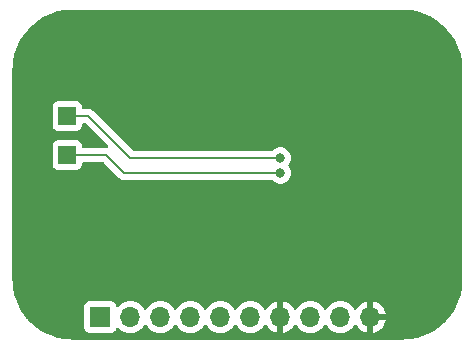
<source format=gbr>
%TF.GenerationSoftware,KiCad,Pcbnew,7.0.7*%
%TF.CreationDate,2025-01-01T22:23:07+10:30*%
%TF.ProjectId,V9360_Breakout,56393336-305f-4427-9265-616b6f75742e,rev?*%
%TF.SameCoordinates,Original*%
%TF.FileFunction,Copper,L2,Bot*%
%TF.FilePolarity,Positive*%
%FSLAX46Y46*%
G04 Gerber Fmt 4.6, Leading zero omitted, Abs format (unit mm)*
G04 Created by KiCad (PCBNEW 7.0.7) date 2025-01-01 22:23:07*
%MOMM*%
%LPD*%
G01*
G04 APERTURE LIST*
%TA.AperFunction,ComponentPad*%
%ADD10R,1.700000X1.700000*%
%TD*%
%TA.AperFunction,ComponentPad*%
%ADD11O,1.700000X1.700000*%
%TD*%
%TA.AperFunction,SMDPad,CuDef*%
%ADD12R,1.500000X1.500000*%
%TD*%
%TA.AperFunction,ViaPad*%
%ADD13C,0.800000*%
%TD*%
%TA.AperFunction,Conductor*%
%ADD14C,0.200000*%
%TD*%
G04 APERTURE END LIST*
D10*
%TO.P,J1,1,Pin_1*%
%TO.N,VIN*%
X128270000Y-108458000D03*
D11*
%TO.P,J1,2,Pin_2*%
%TO.N,P3*%
X130810000Y-108458000D03*
%TO.P,J1,3,Pin_3*%
%TO.N,P2*%
X133350000Y-108458000D03*
%TO.P,J1,4,Pin_4*%
%TO.N,RX*%
X135890000Y-108458000D03*
%TO.P,J1,5,Pin_5*%
%TO.N,TX*%
X138430000Y-108458000D03*
%TO.P,J1,6,Pin_6*%
%TO.N,UP_IN*%
X140970000Y-108458000D03*
%TO.P,J1,7,Pin_7*%
%TO.N,UN_IN*%
X143510000Y-108458000D03*
%TO.P,J1,8,Pin_8*%
%TO.N,IAN_IN*%
X146050000Y-108458000D03*
%TO.P,J1,9,Pin_9*%
%TO.N,IAP_IN*%
X148590000Y-108458000D03*
%TO.P,J1,10,Pin_10*%
%TO.N,UN_IN*%
X151130000Y-108458000D03*
%TD*%
D12*
%TO.P,TP2,1,1*%
%TO.N,IBN*%
X125476000Y-94742000D03*
%TD*%
%TO.P,TP1,1,1*%
%TO.N,IBP*%
X125476000Y-91440000D03*
%TD*%
D13*
%TO.N,UN_IN*%
X157734000Y-87122000D03*
X157734000Y-93218000D03*
X157734000Y-99314000D03*
X157734000Y-105410000D03*
X121920000Y-99314000D03*
X121920000Y-93218000D03*
X121920000Y-105410000D03*
X121920000Y-87122000D03*
X147193000Y-83566000D03*
X139954000Y-83566000D03*
X132715000Y-83566000D03*
X154432000Y-83566000D03*
X125476000Y-83566000D03*
X150622000Y-96266000D03*
X131826000Y-87630000D03*
X131064000Y-92964000D03*
X150622000Y-93218000D03*
%TO.N,IBP*%
X143510000Y-94996000D03*
%TO.N,IBN*%
X143510000Y-96266000D03*
%TD*%
D14*
%TO.N,IBP*%
X130810000Y-94996000D02*
X127254000Y-91440000D01*
X127254000Y-91440000D02*
X125476000Y-91440000D01*
X143510000Y-94996000D02*
X130810000Y-94996000D01*
%TO.N,IBN*%
X143510000Y-96266000D02*
X130302000Y-96266000D01*
X130302000Y-96266000D02*
X128778000Y-94742000D01*
X128778000Y-94742000D02*
X125476000Y-94742000D01*
%TD*%
%TA.AperFunction,Conductor*%
%TO.N,UN_IN*%
G36*
X154072525Y-82432496D02*
G01*
X154277732Y-82441456D01*
X154282654Y-82441870D01*
X154500755Y-82469056D01*
X154705849Y-82496058D01*
X154710420Y-82496837D01*
X154925399Y-82541913D01*
X155127714Y-82586766D01*
X155131969Y-82587869D01*
X155250715Y-82623222D01*
X155342449Y-82650533D01*
X155395220Y-82667171D01*
X155540378Y-82712939D01*
X155544180Y-82714277D01*
X155748265Y-82793912D01*
X155748908Y-82794163D01*
X155940763Y-82873632D01*
X155944234Y-82875196D01*
X156141710Y-82971737D01*
X156141733Y-82971748D01*
X156326061Y-83067704D01*
X156329169Y-83069437D01*
X156451039Y-83142054D01*
X156518108Y-83182019D01*
X156693522Y-83293771D01*
X156696212Y-83295586D01*
X156875304Y-83423456D01*
X157040405Y-83550142D01*
X157042733Y-83552019D01*
X157210753Y-83694323D01*
X157365324Y-83835962D01*
X157522037Y-83992675D01*
X157663676Y-84147246D01*
X157805979Y-84315265D01*
X157807856Y-84317593D01*
X157934543Y-84482695D01*
X158062412Y-84661786D01*
X158064244Y-84664501D01*
X158175986Y-84839901D01*
X158288561Y-85028829D01*
X158290294Y-85031937D01*
X158386251Y-85216266D01*
X158482786Y-85413731D01*
X158484366Y-85417235D01*
X158563836Y-85609091D01*
X158595362Y-85689886D01*
X158643708Y-85813785D01*
X158645072Y-85817657D01*
X158707466Y-86015549D01*
X158770124Y-86226014D01*
X158771232Y-86230286D01*
X158816099Y-86432663D01*
X158861157Y-86647559D01*
X158861946Y-86652191D01*
X158888952Y-86857318D01*
X158916126Y-87075322D01*
X158916543Y-87080288D01*
X158925512Y-87285701D01*
X158934500Y-87503000D01*
X158934500Y-105283000D01*
X158925512Y-105500298D01*
X158916543Y-105705710D01*
X158916126Y-105710676D01*
X158888952Y-105928681D01*
X158861946Y-106133807D01*
X158861157Y-106138439D01*
X158816099Y-106353336D01*
X158771232Y-106555712D01*
X158770124Y-106559984D01*
X158707466Y-106770450D01*
X158645072Y-106968341D01*
X158643700Y-106972236D01*
X158563836Y-107176908D01*
X158484366Y-107368763D01*
X158482786Y-107372267D01*
X158386251Y-107569733D01*
X158290294Y-107754061D01*
X158288561Y-107757169D01*
X158175986Y-107946098D01*
X158064244Y-108121497D01*
X158062412Y-108124212D01*
X157934543Y-108303304D01*
X157807856Y-108468405D01*
X157805979Y-108470733D01*
X157663676Y-108638753D01*
X157522037Y-108793324D01*
X157365324Y-108950037D01*
X157210753Y-109091676D01*
X157042733Y-109233979D01*
X157040405Y-109235856D01*
X156875304Y-109362543D01*
X156696212Y-109490412D01*
X156693497Y-109492244D01*
X156518098Y-109603986D01*
X156329169Y-109716561D01*
X156326061Y-109718294D01*
X156141733Y-109814251D01*
X155944267Y-109910786D01*
X155940763Y-109912366D01*
X155748908Y-109991836D01*
X155544236Y-110071700D01*
X155540341Y-110073072D01*
X155342450Y-110135466D01*
X155131984Y-110198124D01*
X155127712Y-110199232D01*
X154925336Y-110244099D01*
X154710439Y-110289157D01*
X154705807Y-110289946D01*
X154500681Y-110316952D01*
X154282676Y-110344126D01*
X154277710Y-110344543D01*
X154072298Y-110353512D01*
X153855000Y-110362500D01*
X125915000Y-110362500D01*
X125697701Y-110353512D01*
X125492288Y-110344543D01*
X125487322Y-110344126D01*
X125269318Y-110316952D01*
X125064191Y-110289946D01*
X125059559Y-110289157D01*
X124844663Y-110244099D01*
X124642286Y-110199232D01*
X124638014Y-110198124D01*
X124427549Y-110135466D01*
X124229657Y-110073072D01*
X124225785Y-110071708D01*
X124093255Y-110019995D01*
X124021091Y-109991836D01*
X123829235Y-109912366D01*
X123825731Y-109910786D01*
X123628266Y-109814251D01*
X123443937Y-109718294D01*
X123440829Y-109716561D01*
X123251901Y-109603986D01*
X123167675Y-109550328D01*
X123076494Y-109492239D01*
X123073786Y-109490412D01*
X122894695Y-109362543D01*
X122885999Y-109355870D01*
X126919500Y-109355870D01*
X126919501Y-109355876D01*
X126925908Y-109415483D01*
X126976202Y-109550328D01*
X126976206Y-109550335D01*
X127062452Y-109665544D01*
X127062455Y-109665547D01*
X127177664Y-109751793D01*
X127177671Y-109751797D01*
X127312517Y-109802091D01*
X127312516Y-109802091D01*
X127319444Y-109802835D01*
X127372127Y-109808500D01*
X129167872Y-109808499D01*
X129227483Y-109802091D01*
X129362331Y-109751796D01*
X129477546Y-109665546D01*
X129563796Y-109550331D01*
X129612810Y-109418916D01*
X129654681Y-109362984D01*
X129720145Y-109338566D01*
X129788418Y-109353417D01*
X129816672Y-109374569D01*
X129938599Y-109496495D01*
X130035384Y-109564265D01*
X130132165Y-109632032D01*
X130132167Y-109632033D01*
X130132170Y-109632035D01*
X130346337Y-109731903D01*
X130574592Y-109793063D01*
X130751034Y-109808500D01*
X130809999Y-109813659D01*
X130810000Y-109813659D01*
X130810001Y-109813659D01*
X130868966Y-109808500D01*
X131045408Y-109793063D01*
X131273663Y-109731903D01*
X131487830Y-109632035D01*
X131681401Y-109496495D01*
X131848495Y-109329401D01*
X131978424Y-109143842D01*
X132033002Y-109100217D01*
X132102500Y-109093023D01*
X132164855Y-109124546D01*
X132181575Y-109143842D01*
X132311281Y-109329082D01*
X132311505Y-109329401D01*
X132478599Y-109496495D01*
X132575384Y-109564265D01*
X132672165Y-109632032D01*
X132672167Y-109632033D01*
X132672170Y-109632035D01*
X132886337Y-109731903D01*
X133114592Y-109793063D01*
X133291034Y-109808500D01*
X133349999Y-109813659D01*
X133350000Y-109813659D01*
X133350001Y-109813659D01*
X133408966Y-109808500D01*
X133585408Y-109793063D01*
X133813663Y-109731903D01*
X134027830Y-109632035D01*
X134221401Y-109496495D01*
X134388495Y-109329401D01*
X134518424Y-109143842D01*
X134573002Y-109100217D01*
X134642500Y-109093023D01*
X134704855Y-109124546D01*
X134721575Y-109143842D01*
X134851281Y-109329082D01*
X134851505Y-109329401D01*
X135018599Y-109496495D01*
X135115384Y-109564265D01*
X135212165Y-109632032D01*
X135212167Y-109632033D01*
X135212170Y-109632035D01*
X135426337Y-109731903D01*
X135654592Y-109793063D01*
X135831034Y-109808500D01*
X135889999Y-109813659D01*
X135890000Y-109813659D01*
X135890001Y-109813659D01*
X135948966Y-109808500D01*
X136125408Y-109793063D01*
X136353663Y-109731903D01*
X136567830Y-109632035D01*
X136761401Y-109496495D01*
X136928495Y-109329401D01*
X137058424Y-109143842D01*
X137113002Y-109100217D01*
X137182500Y-109093023D01*
X137244855Y-109124546D01*
X137261575Y-109143842D01*
X137391281Y-109329082D01*
X137391505Y-109329401D01*
X137558599Y-109496495D01*
X137655384Y-109564265D01*
X137752165Y-109632032D01*
X137752167Y-109632033D01*
X137752170Y-109632035D01*
X137966337Y-109731903D01*
X138194592Y-109793063D01*
X138371034Y-109808500D01*
X138429999Y-109813659D01*
X138430000Y-109813659D01*
X138430001Y-109813659D01*
X138488966Y-109808500D01*
X138665408Y-109793063D01*
X138893663Y-109731903D01*
X139107830Y-109632035D01*
X139301401Y-109496495D01*
X139468495Y-109329401D01*
X139598424Y-109143842D01*
X139653002Y-109100217D01*
X139722500Y-109093023D01*
X139784855Y-109124546D01*
X139801575Y-109143842D01*
X139931281Y-109329082D01*
X139931505Y-109329401D01*
X140098599Y-109496495D01*
X140195384Y-109564265D01*
X140292165Y-109632032D01*
X140292167Y-109632033D01*
X140292170Y-109632035D01*
X140506337Y-109731903D01*
X140734592Y-109793063D01*
X140911034Y-109808500D01*
X140969999Y-109813659D01*
X140970000Y-109813659D01*
X140970001Y-109813659D01*
X141028966Y-109808500D01*
X141205408Y-109793063D01*
X141433663Y-109731903D01*
X141647830Y-109632035D01*
X141841401Y-109496495D01*
X142008495Y-109329401D01*
X142138730Y-109143405D01*
X142193307Y-109099781D01*
X142262805Y-109092587D01*
X142325160Y-109124110D01*
X142341879Y-109143405D01*
X142471890Y-109329078D01*
X142638917Y-109496105D01*
X142832421Y-109631600D01*
X143046507Y-109731429D01*
X143046516Y-109731433D01*
X143260000Y-109788634D01*
X143260000Y-109070301D01*
X143279685Y-109003262D01*
X143332489Y-108957507D01*
X143401647Y-108947563D01*
X143474237Y-108958000D01*
X143474238Y-108958000D01*
X143545762Y-108958000D01*
X143545763Y-108958000D01*
X143618353Y-108947563D01*
X143687512Y-108957507D01*
X143740315Y-109003262D01*
X143760000Y-109070301D01*
X143760000Y-109788633D01*
X143973483Y-109731433D01*
X143973492Y-109731429D01*
X144187578Y-109631600D01*
X144381082Y-109496105D01*
X144548105Y-109329082D01*
X144678119Y-109143405D01*
X144732696Y-109099781D01*
X144802195Y-109092588D01*
X144864549Y-109124110D01*
X144881269Y-109143405D01*
X145011505Y-109329401D01*
X145178599Y-109496495D01*
X145275384Y-109564264D01*
X145372165Y-109632032D01*
X145372167Y-109632033D01*
X145372170Y-109632035D01*
X145586337Y-109731903D01*
X145814592Y-109793063D01*
X145991034Y-109808500D01*
X146049999Y-109813659D01*
X146050000Y-109813659D01*
X146050001Y-109813659D01*
X146108966Y-109808500D01*
X146285408Y-109793063D01*
X146513663Y-109731903D01*
X146727830Y-109632035D01*
X146921401Y-109496495D01*
X147088495Y-109329401D01*
X147218424Y-109143842D01*
X147273002Y-109100217D01*
X147342500Y-109093023D01*
X147404855Y-109124546D01*
X147421575Y-109143842D01*
X147551281Y-109329082D01*
X147551505Y-109329401D01*
X147718599Y-109496495D01*
X147815384Y-109564264D01*
X147912165Y-109632032D01*
X147912167Y-109632033D01*
X147912170Y-109632035D01*
X148126337Y-109731903D01*
X148354592Y-109793063D01*
X148531034Y-109808500D01*
X148589999Y-109813659D01*
X148590000Y-109813659D01*
X148590001Y-109813659D01*
X148648966Y-109808500D01*
X148825408Y-109793063D01*
X149053663Y-109731903D01*
X149267830Y-109632035D01*
X149461401Y-109496495D01*
X149628495Y-109329401D01*
X149758730Y-109143405D01*
X149813307Y-109099781D01*
X149882805Y-109092587D01*
X149945160Y-109124110D01*
X149961879Y-109143405D01*
X150091890Y-109329078D01*
X150258917Y-109496105D01*
X150452421Y-109631600D01*
X150666507Y-109731429D01*
X150666516Y-109731433D01*
X150880000Y-109788634D01*
X150880000Y-109070301D01*
X150899685Y-109003262D01*
X150952489Y-108957507D01*
X151021647Y-108947563D01*
X151094237Y-108958000D01*
X151094238Y-108958000D01*
X151165762Y-108958000D01*
X151165763Y-108958000D01*
X151238353Y-108947563D01*
X151307512Y-108957507D01*
X151360315Y-109003262D01*
X151380000Y-109070301D01*
X151380000Y-109788633D01*
X151593483Y-109731433D01*
X151593492Y-109731429D01*
X151807578Y-109631600D01*
X152001082Y-109496105D01*
X152168105Y-109329082D01*
X152303600Y-109135578D01*
X152403429Y-108921492D01*
X152403432Y-108921486D01*
X152460636Y-108708000D01*
X151743347Y-108708000D01*
X151676308Y-108688315D01*
X151630553Y-108635511D01*
X151620609Y-108566353D01*
X151624369Y-108549067D01*
X151630000Y-108529888D01*
X151630000Y-108386111D01*
X151624369Y-108366933D01*
X151624370Y-108297064D01*
X151662145Y-108238286D01*
X151725701Y-108209262D01*
X151743347Y-108208000D01*
X152460636Y-108208000D01*
X152460635Y-108207999D01*
X152403432Y-107994513D01*
X152403429Y-107994507D01*
X152303600Y-107780422D01*
X152303599Y-107780420D01*
X152168113Y-107586926D01*
X152168108Y-107586920D01*
X152001082Y-107419894D01*
X151807578Y-107284399D01*
X151593492Y-107184570D01*
X151593486Y-107184567D01*
X151380000Y-107127364D01*
X151380000Y-107845698D01*
X151360315Y-107912737D01*
X151307511Y-107958492D01*
X151238355Y-107968436D01*
X151165766Y-107958000D01*
X151165763Y-107958000D01*
X151094237Y-107958000D01*
X151094233Y-107958000D01*
X151021645Y-107968436D01*
X150952487Y-107958492D01*
X150899684Y-107912736D01*
X150880000Y-107845698D01*
X150880000Y-107127364D01*
X150879999Y-107127364D01*
X150666513Y-107184567D01*
X150666507Y-107184570D01*
X150452422Y-107284399D01*
X150452420Y-107284400D01*
X150258926Y-107419886D01*
X150258920Y-107419891D01*
X150091891Y-107586920D01*
X150091890Y-107586922D01*
X149961880Y-107772595D01*
X149907303Y-107816219D01*
X149837804Y-107823412D01*
X149775450Y-107791890D01*
X149758730Y-107772594D01*
X149628494Y-107586597D01*
X149461402Y-107419506D01*
X149461395Y-107419501D01*
X149267834Y-107283967D01*
X149267830Y-107283965D01*
X149267829Y-107283964D01*
X149053663Y-107184097D01*
X149053659Y-107184096D01*
X149053655Y-107184094D01*
X148825413Y-107122938D01*
X148825403Y-107122936D01*
X148590001Y-107102341D01*
X148589999Y-107102341D01*
X148354596Y-107122936D01*
X148354586Y-107122938D01*
X148126344Y-107184094D01*
X148126335Y-107184098D01*
X147912171Y-107283964D01*
X147912169Y-107283965D01*
X147718597Y-107419505D01*
X147551505Y-107586597D01*
X147421575Y-107772158D01*
X147366998Y-107815783D01*
X147297500Y-107822977D01*
X147235145Y-107791454D01*
X147218425Y-107772158D01*
X147088494Y-107586597D01*
X146921402Y-107419506D01*
X146921395Y-107419501D01*
X146727834Y-107283967D01*
X146727830Y-107283965D01*
X146727829Y-107283964D01*
X146513663Y-107184097D01*
X146513659Y-107184096D01*
X146513655Y-107184094D01*
X146285413Y-107122938D01*
X146285403Y-107122936D01*
X146050001Y-107102341D01*
X146049999Y-107102341D01*
X145814596Y-107122936D01*
X145814586Y-107122938D01*
X145586344Y-107184094D01*
X145586335Y-107184098D01*
X145372171Y-107283964D01*
X145372169Y-107283965D01*
X145178597Y-107419505D01*
X145011508Y-107586594D01*
X144881269Y-107772595D01*
X144826692Y-107816219D01*
X144757193Y-107823412D01*
X144694839Y-107791890D01*
X144678119Y-107772594D01*
X144548113Y-107586926D01*
X144548108Y-107586920D01*
X144381082Y-107419894D01*
X144187578Y-107284399D01*
X143973492Y-107184570D01*
X143973486Y-107184567D01*
X143760000Y-107127364D01*
X143760000Y-107845698D01*
X143740315Y-107912737D01*
X143687511Y-107958492D01*
X143618355Y-107968436D01*
X143545766Y-107958000D01*
X143545763Y-107958000D01*
X143474237Y-107958000D01*
X143474233Y-107958000D01*
X143401645Y-107968436D01*
X143332487Y-107958492D01*
X143279684Y-107912736D01*
X143260000Y-107845698D01*
X143260000Y-107127364D01*
X143259999Y-107127364D01*
X143046513Y-107184567D01*
X143046507Y-107184570D01*
X142832422Y-107284399D01*
X142832420Y-107284400D01*
X142638926Y-107419886D01*
X142638920Y-107419891D01*
X142471891Y-107586920D01*
X142471890Y-107586922D01*
X142341880Y-107772595D01*
X142287303Y-107816219D01*
X142217804Y-107823412D01*
X142155450Y-107791890D01*
X142138730Y-107772594D01*
X142008494Y-107586597D01*
X141841402Y-107419506D01*
X141841395Y-107419501D01*
X141647834Y-107283967D01*
X141647830Y-107283965D01*
X141647829Y-107283964D01*
X141433663Y-107184097D01*
X141433659Y-107184096D01*
X141433655Y-107184094D01*
X141205413Y-107122938D01*
X141205403Y-107122936D01*
X140970001Y-107102341D01*
X140969999Y-107102341D01*
X140734596Y-107122936D01*
X140734586Y-107122938D01*
X140506344Y-107184094D01*
X140506335Y-107184098D01*
X140292171Y-107283964D01*
X140292169Y-107283965D01*
X140098597Y-107419505D01*
X139931505Y-107586597D01*
X139801575Y-107772158D01*
X139746998Y-107815783D01*
X139677500Y-107822977D01*
X139615145Y-107791454D01*
X139598425Y-107772158D01*
X139468494Y-107586597D01*
X139301402Y-107419506D01*
X139301395Y-107419501D01*
X139107834Y-107283967D01*
X139107830Y-107283965D01*
X139107829Y-107283964D01*
X138893663Y-107184097D01*
X138893659Y-107184096D01*
X138893655Y-107184094D01*
X138665413Y-107122938D01*
X138665403Y-107122936D01*
X138430001Y-107102341D01*
X138429999Y-107102341D01*
X138194596Y-107122936D01*
X138194586Y-107122938D01*
X137966344Y-107184094D01*
X137966335Y-107184098D01*
X137752171Y-107283964D01*
X137752169Y-107283965D01*
X137558597Y-107419505D01*
X137391505Y-107586597D01*
X137261575Y-107772158D01*
X137206998Y-107815783D01*
X137137500Y-107822977D01*
X137075145Y-107791454D01*
X137058425Y-107772158D01*
X136928494Y-107586597D01*
X136761402Y-107419506D01*
X136761395Y-107419501D01*
X136567834Y-107283967D01*
X136567830Y-107283965D01*
X136567829Y-107283964D01*
X136353663Y-107184097D01*
X136353659Y-107184096D01*
X136353655Y-107184094D01*
X136125413Y-107122938D01*
X136125403Y-107122936D01*
X135890001Y-107102341D01*
X135889999Y-107102341D01*
X135654596Y-107122936D01*
X135654586Y-107122938D01*
X135426344Y-107184094D01*
X135426335Y-107184098D01*
X135212171Y-107283964D01*
X135212169Y-107283965D01*
X135018597Y-107419505D01*
X134851505Y-107586597D01*
X134721575Y-107772158D01*
X134666998Y-107815783D01*
X134597500Y-107822977D01*
X134535145Y-107791454D01*
X134518425Y-107772158D01*
X134388494Y-107586597D01*
X134221402Y-107419506D01*
X134221395Y-107419501D01*
X134027834Y-107283967D01*
X134027830Y-107283965D01*
X134027830Y-107283964D01*
X133813663Y-107184097D01*
X133813659Y-107184096D01*
X133813655Y-107184094D01*
X133585413Y-107122938D01*
X133585403Y-107122936D01*
X133350001Y-107102341D01*
X133349999Y-107102341D01*
X133114596Y-107122936D01*
X133114586Y-107122938D01*
X132886344Y-107184094D01*
X132886335Y-107184098D01*
X132672171Y-107283964D01*
X132672169Y-107283965D01*
X132478597Y-107419505D01*
X132311505Y-107586597D01*
X132181575Y-107772158D01*
X132126998Y-107815783D01*
X132057500Y-107822977D01*
X131995145Y-107791454D01*
X131978425Y-107772158D01*
X131848494Y-107586597D01*
X131681402Y-107419506D01*
X131681395Y-107419501D01*
X131487834Y-107283967D01*
X131487830Y-107283965D01*
X131487829Y-107283964D01*
X131273663Y-107184097D01*
X131273659Y-107184096D01*
X131273655Y-107184094D01*
X131045413Y-107122938D01*
X131045403Y-107122936D01*
X130810001Y-107102341D01*
X130809999Y-107102341D01*
X130574596Y-107122936D01*
X130574586Y-107122938D01*
X130346344Y-107184094D01*
X130346335Y-107184098D01*
X130132171Y-107283964D01*
X130132169Y-107283965D01*
X129938600Y-107419503D01*
X129816673Y-107541430D01*
X129755350Y-107574914D01*
X129685658Y-107569930D01*
X129629725Y-107528058D01*
X129612810Y-107497081D01*
X129563797Y-107365671D01*
X129563793Y-107365664D01*
X129477547Y-107250455D01*
X129477544Y-107250452D01*
X129362335Y-107164206D01*
X129362328Y-107164202D01*
X129227482Y-107113908D01*
X129227483Y-107113908D01*
X129167883Y-107107501D01*
X129167881Y-107107500D01*
X129167873Y-107107500D01*
X129167864Y-107107500D01*
X127372129Y-107107500D01*
X127372123Y-107107501D01*
X127312516Y-107113908D01*
X127177671Y-107164202D01*
X127177664Y-107164206D01*
X127062455Y-107250452D01*
X127062452Y-107250455D01*
X126976206Y-107365664D01*
X126976202Y-107365671D01*
X126925908Y-107500517D01*
X126919501Y-107560116D01*
X126919500Y-107560135D01*
X126919500Y-109355870D01*
X122885999Y-109355870D01*
X122729593Y-109235856D01*
X122727265Y-109233979D01*
X122572220Y-109102664D01*
X122559243Y-109091673D01*
X122535919Y-109070301D01*
X122404675Y-108950037D01*
X122247962Y-108793324D01*
X122169777Y-108708000D01*
X122106319Y-108638748D01*
X122103577Y-108635511D01*
X122014120Y-108529888D01*
X121964019Y-108470733D01*
X121962142Y-108468405D01*
X121835456Y-108303304D01*
X121707586Y-108124212D01*
X121705771Y-108121522D01*
X121594013Y-107946098D01*
X121534188Y-107845698D01*
X121481437Y-107757169D01*
X121479704Y-107754061D01*
X121383748Y-107569733D01*
X121379056Y-107560135D01*
X121287196Y-107372234D01*
X121285632Y-107368763D01*
X121206163Y-107176908D01*
X121188398Y-107131381D01*
X121126277Y-106972180D01*
X121124939Y-106968378D01*
X121062533Y-106770449D01*
X121035222Y-106678715D01*
X120999869Y-106559969D01*
X120998766Y-106555712D01*
X120953913Y-106353399D01*
X120908837Y-106138420D01*
X120908058Y-106133849D01*
X120881047Y-105928681D01*
X120853870Y-105710654D01*
X120853456Y-105705732D01*
X120844487Y-105500298D01*
X120835500Y-105283000D01*
X120835500Y-105282500D01*
X120835500Y-95539870D01*
X124225500Y-95539870D01*
X124225501Y-95539876D01*
X124231908Y-95599483D01*
X124282202Y-95734328D01*
X124282206Y-95734335D01*
X124368452Y-95849544D01*
X124368455Y-95849547D01*
X124483664Y-95935793D01*
X124483671Y-95935797D01*
X124618517Y-95986091D01*
X124618516Y-95986091D01*
X124625444Y-95986835D01*
X124678127Y-95992500D01*
X126273872Y-95992499D01*
X126333483Y-95986091D01*
X126468331Y-95935796D01*
X126583546Y-95849546D01*
X126669796Y-95734331D01*
X126720091Y-95599483D01*
X126726500Y-95539873D01*
X126726500Y-95466499D01*
X126746185Y-95399461D01*
X126798989Y-95353706D01*
X126850500Y-95342500D01*
X128477903Y-95342500D01*
X128544942Y-95362185D01*
X128565583Y-95378818D01*
X129846681Y-96659917D01*
X129852026Y-96666013D01*
X129873717Y-96694281D01*
X129903909Y-96717448D01*
X129903927Y-96717463D01*
X129999157Y-96790535D01*
X129999158Y-96790535D01*
X129999159Y-96790536D01*
X130145238Y-96851044D01*
X130223619Y-96861363D01*
X130301999Y-96871682D01*
X130302000Y-96871682D01*
X130337329Y-96867030D01*
X130345428Y-96866500D01*
X142783742Y-96866500D01*
X142850781Y-96886185D01*
X142875891Y-96907527D01*
X142904128Y-96938887D01*
X142904135Y-96938893D01*
X143057265Y-97050148D01*
X143057270Y-97050151D01*
X143230192Y-97127142D01*
X143230197Y-97127144D01*
X143415354Y-97166500D01*
X143415355Y-97166500D01*
X143604644Y-97166500D01*
X143604646Y-97166500D01*
X143789803Y-97127144D01*
X143962730Y-97050151D01*
X144115871Y-96938888D01*
X144242533Y-96798216D01*
X144337179Y-96634284D01*
X144395674Y-96454256D01*
X144415460Y-96266000D01*
X144395674Y-96077744D01*
X144337179Y-95897716D01*
X144242533Y-95733784D01*
X144224693Y-95713971D01*
X144194464Y-95650981D01*
X144203089Y-95581646D01*
X144224694Y-95548028D01*
X144242533Y-95528216D01*
X144337179Y-95364284D01*
X144395674Y-95184256D01*
X144415460Y-94996000D01*
X144395674Y-94807744D01*
X144337179Y-94627716D01*
X144242533Y-94463784D01*
X144115871Y-94323112D01*
X144115863Y-94323106D01*
X143962734Y-94211851D01*
X143962729Y-94211848D01*
X143789807Y-94134857D01*
X143789802Y-94134855D01*
X143644000Y-94103865D01*
X143604646Y-94095500D01*
X143415354Y-94095500D01*
X143382897Y-94102398D01*
X143230197Y-94134855D01*
X143230192Y-94134857D01*
X143057270Y-94211848D01*
X143057265Y-94211851D01*
X142904135Y-94323106D01*
X142904128Y-94323112D01*
X142875891Y-94354473D01*
X142816405Y-94391121D01*
X142783742Y-94395500D01*
X131110097Y-94395500D01*
X131043058Y-94375815D01*
X131022416Y-94359181D01*
X130154735Y-93491500D01*
X127709320Y-91046085D01*
X127703980Y-91039995D01*
X127682282Y-91011718D01*
X127556841Y-90915464D01*
X127410762Y-90854956D01*
X127410760Y-90854955D01*
X127293361Y-90839500D01*
X127254000Y-90834318D01*
X127218670Y-90838969D01*
X127210572Y-90839500D01*
X126850499Y-90839500D01*
X126783460Y-90819815D01*
X126737705Y-90767011D01*
X126726499Y-90715500D01*
X126726499Y-90642129D01*
X126726498Y-90642123D01*
X126726497Y-90642116D01*
X126720091Y-90582517D01*
X126669796Y-90447669D01*
X126669795Y-90447668D01*
X126669793Y-90447664D01*
X126583547Y-90332455D01*
X126583544Y-90332452D01*
X126468335Y-90246206D01*
X126468328Y-90246202D01*
X126333482Y-90195908D01*
X126333483Y-90195908D01*
X126273883Y-90189501D01*
X126273881Y-90189500D01*
X126273873Y-90189500D01*
X126273864Y-90189500D01*
X124678129Y-90189500D01*
X124678123Y-90189501D01*
X124618516Y-90195908D01*
X124483671Y-90246202D01*
X124483664Y-90246206D01*
X124368455Y-90332452D01*
X124368452Y-90332455D01*
X124282206Y-90447664D01*
X124282202Y-90447671D01*
X124231908Y-90582517D01*
X124225501Y-90642116D01*
X124225501Y-90642123D01*
X124225500Y-90642135D01*
X124225500Y-92237870D01*
X124225501Y-92237876D01*
X124231908Y-92297483D01*
X124282202Y-92432328D01*
X124282206Y-92432335D01*
X124368452Y-92547544D01*
X124368455Y-92547547D01*
X124483664Y-92633793D01*
X124483671Y-92633797D01*
X124618517Y-92684091D01*
X124618516Y-92684091D01*
X124625444Y-92684835D01*
X124678127Y-92690500D01*
X126273872Y-92690499D01*
X126333483Y-92684091D01*
X126468331Y-92633796D01*
X126583546Y-92547546D01*
X126669796Y-92432331D01*
X126720091Y-92297483D01*
X126726500Y-92237873D01*
X126726500Y-92164500D01*
X126746185Y-92097461D01*
X126798989Y-92051706D01*
X126850500Y-92040500D01*
X126953903Y-92040500D01*
X127020942Y-92060185D01*
X127041584Y-92076819D01*
X128891766Y-93927001D01*
X128925251Y-93988324D01*
X128920267Y-94058016D01*
X128878395Y-94113949D01*
X128812931Y-94138366D01*
X128787901Y-94137621D01*
X128778003Y-94136318D01*
X128778000Y-94136318D01*
X128742670Y-94140969D01*
X128734572Y-94141500D01*
X126850499Y-94141500D01*
X126783460Y-94121815D01*
X126737705Y-94069011D01*
X126726499Y-94017500D01*
X126726499Y-93944129D01*
X126726498Y-93944123D01*
X126726497Y-93944116D01*
X126720091Y-93884517D01*
X126669796Y-93749669D01*
X126669795Y-93749668D01*
X126669793Y-93749664D01*
X126583547Y-93634455D01*
X126583544Y-93634452D01*
X126468335Y-93548206D01*
X126468328Y-93548202D01*
X126333482Y-93497908D01*
X126333483Y-93497908D01*
X126273883Y-93491501D01*
X126273881Y-93491500D01*
X126273873Y-93491500D01*
X126273864Y-93491500D01*
X124678129Y-93491500D01*
X124678123Y-93491501D01*
X124618516Y-93497908D01*
X124483671Y-93548202D01*
X124483664Y-93548206D01*
X124368455Y-93634452D01*
X124368452Y-93634455D01*
X124282206Y-93749664D01*
X124282202Y-93749671D01*
X124231908Y-93884517D01*
X124227341Y-93927001D01*
X124225501Y-93944123D01*
X124225500Y-93944135D01*
X124225500Y-95539870D01*
X120835500Y-95539870D01*
X120835500Y-87502999D01*
X120844489Y-87285657D01*
X120853457Y-87080263D01*
X120853869Y-87075349D01*
X120881056Y-86857247D01*
X120908059Y-86652141D01*
X120908835Y-86647588D01*
X120953904Y-86432646D01*
X120998768Y-86230278D01*
X120999865Y-86226044D01*
X121062533Y-86015549D01*
X121067784Y-85998892D01*
X121124945Y-85817602D01*
X121126270Y-85813838D01*
X121206169Y-85609075D01*
X121285640Y-85417216D01*
X121287185Y-85413789D01*
X121383759Y-85216243D01*
X121479712Y-85031921D01*
X121481428Y-85028842D01*
X121594020Y-84839889D01*
X121705794Y-84664441D01*
X121707555Y-84661831D01*
X121835462Y-84482686D01*
X121962169Y-84317559D01*
X121963999Y-84315289D01*
X122106331Y-84147237D01*
X122247951Y-83992686D01*
X122404686Y-83835951D01*
X122559247Y-83694323D01*
X122727289Y-83551999D01*
X122729559Y-83550169D01*
X122894670Y-83423473D01*
X123073831Y-83295555D01*
X123076441Y-83293794D01*
X123251889Y-83182020D01*
X123440842Y-83069428D01*
X123443921Y-83067712D01*
X123628243Y-82971759D01*
X123825789Y-82875185D01*
X123829216Y-82873640D01*
X124021059Y-82794175D01*
X124225838Y-82714270D01*
X124229602Y-82712945D01*
X124410892Y-82655784D01*
X124427550Y-82650533D01*
X124453593Y-82642779D01*
X124638044Y-82587865D01*
X124642278Y-82586768D01*
X124844646Y-82541904D01*
X125059588Y-82496835D01*
X125064141Y-82496059D01*
X125269278Y-82469052D01*
X125487349Y-82441869D01*
X125492263Y-82441457D01*
X125697364Y-82432501D01*
X125915000Y-82423500D01*
X125915500Y-82423500D01*
X153854500Y-82423500D01*
X153855000Y-82423500D01*
X154072525Y-82432496D01*
G37*
%TD.AperFunction*%
%TD*%
M02*

</source>
